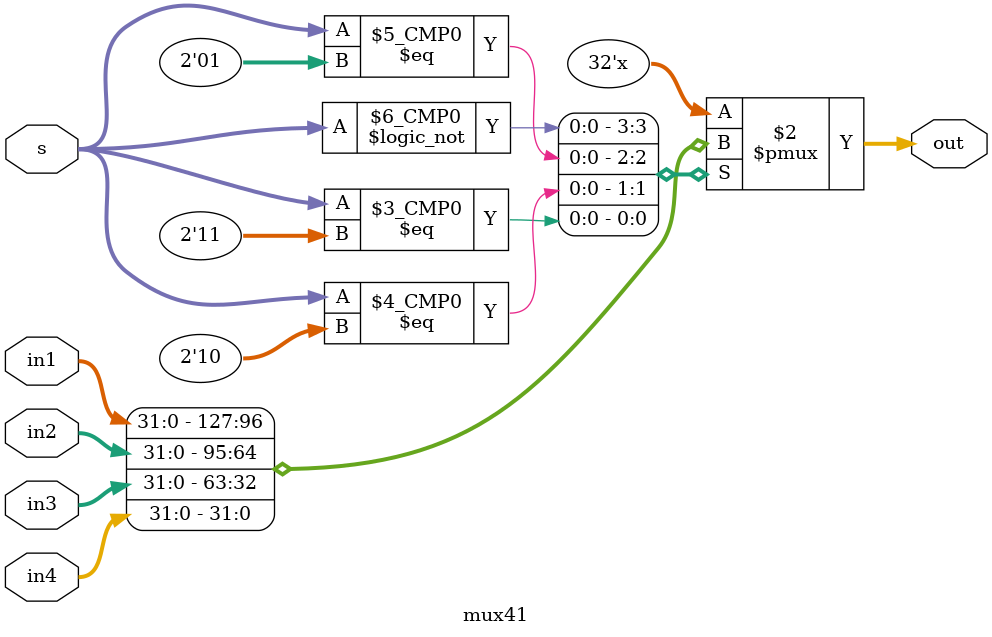
<source format=v>
module mux21(in1,in2,s,out);

    input   [31:0] in1,in2;
    input    s;
    output reg   [31:0] out;

    always @(*) begin
        if(s==1'b0)
            out <= in1;
        else
            out <= in2;
    end
    

endmodule

module mux41(in1,in2,in3,in4,s,out);
    input   [31:0] in1,in2,in3,in4;
    input   [1:0] s;
    output reg  [31:0] out;

    always @(*) begin
        case(s)
            0: out = in1;
            1: out = in2;
            2: out = in3;
            3: out = in4;
        endcase
    end

endmodule
</source>
